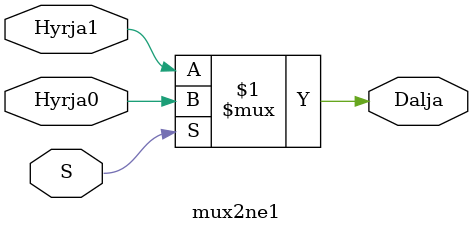
<source format=v>
`timescale 1ns / 1ps


module mux2ne1(
input Hyrja0,
input Hyrja1,
input S,
output Dalja
);
    
assign Dalja = S ? Hyrja0 : Hyrja1 ; 
    
endmodule

</source>
